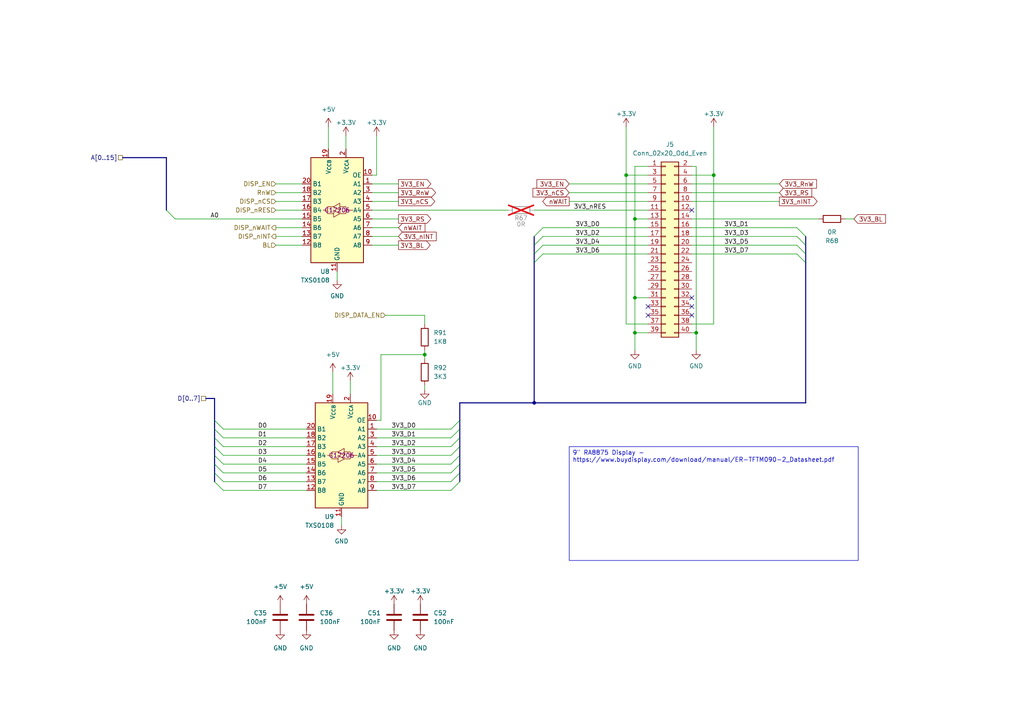
<source format=kicad_sch>
(kicad_sch (version 20250114) (generator "eeschema") (generator_version "9.0")
  (paper "A4")
  (lib_symbols
    (symbol "Connector_Generic:Conn_02x20_Odd_Even" (pin_names (offset 1.016) (hide yes))
      (property "Reference" "J" (at 1.27 25.4 0))
      (property "Value" "Conn_02x20_Odd_Even" (at 1.27 -27.94 0))
      (symbol "Conn_02x20_Odd_Even_1_1"
        (rectangle (start -1.27 24.13) (end 3.81 -26.67) (stroke (width 0.254)) (fill (type background)))
        (rectangle (start -1.27 22.987) (end 0 22.733) (stroke (width 0.1524)))
        (rectangle (start -1.27 20.447) (end 0 20.193) (stroke (width 0.1524)))
        (rectangle (start -1.27 17.907) (end 0 17.653) (stroke (width 0.1524)))
        (rectangle (start -1.27 15.367) (end 0 15.113) (stroke (width 0.1524)))
        (rectangle (start -1.27 12.827) (end 0 12.573) (stroke (width 0.1524)))
        (rectangle (start -1.27 10.287) (end 0 10.033) (stroke (width 0.1524)))
        (rectangle (start -1.27 7.747) (end 0 7.493) (stroke (width 0.1524)))
        (rectangle (start -1.27 5.207) (end 0 4.953) (stroke (width 0.1524)))
        (rectangle (start -1.27 2.667) (end 0 2.413) (stroke (width 0.1524)))
        (rectangle (start -1.27 0.127) (end 0 -0.127) (stroke (width 0.1524)))
        (rectangle (start -1.27 -2.413) (end 0 -2.667) (stroke (width 0.1524)))
        (rectangle (start -1.27 -4.953) (end 0 -5.207) (stroke (width 0.1524)))
        (rectangle (start -1.27 -7.493) (end 0 -7.747) (stroke (width 0.1524)))
        (rectangle (start -1.27 -10.033) (end 0 -10.287) (stroke (width 0.1524)))
        (rectangle (start -1.27 -12.573) (end 0 -12.827) (stroke (width 0.1524)))
        (rectangle (start -1.27 -15.113) (end 0 -15.367) (stroke (width 0.1524)))
        (rectangle (start -1.27 -17.653) (end 0 -17.907) (stroke (width 0.1524)))
        (rectangle (start -1.27 -20.193) (end 0 -20.447) (stroke (width 0.1524)))
        (rectangle (start -1.27 -22.733) (end 0 -22.987) (stroke (width 0.1524)))
        (rectangle (start -1.27 -25.273) (end 0 -25.527) (stroke (width 0.1524)))
        (rectangle (start 3.81 22.987) (end 2.54 22.733) (stroke (width 0.1524)))
        (rectangle (start 3.81 20.447) (end 2.54 20.193) (stroke (width 0.1524)))
        (rectangle (start 3.81 17.907) (end 2.54 17.653) (stroke (width 0.1524)))
        (rectangle (start 3.81 15.367) (end 2.54 15.113) (stroke (width 0.1524)))
        (rectangle (start 3.81 12.827) (end 2.54 12.573) (stroke (width 0.1524)))
        (rectangle (start 3.81 10.287) (end 2.54 10.033) (stroke (width 0.1524)))
        (rectangle (start 3.81 7.747) (end 2.54 7.493) (stroke (width 0.1524)))
        (rectangle (start 3.81 5.207) (end 2.54 4.953) (stroke (width 0.1524)))
        (rectangle (start 3.81 2.667) (end 2.54 2.413) (stroke (width 0.1524)))
        (rectangle (start 3.81 0.127) (end 2.54 -0.127) (stroke (width 0.1524)))
        (rectangle (start 3.81 -2.413) (end 2.54 -2.667) (stroke (width 0.1524)))
        (rectangle (start 3.81 -4.953) (end 2.54 -5.207) (stroke (width 0.1524)))
        (rectangle (start 3.81 -7.493) (end 2.54 -7.747) (stroke (width 0.1524)))
        (rectangle (start 3.81 -10.033) (end 2.54 -10.287) (stroke (width 0.1524)))
        (rectangle (start 3.81 -12.573) (end 2.54 -12.827) (stroke (width 0.1524)))
        (rectangle (start 3.81 -15.113) (end 2.54 -15.367) (stroke (width 0.1524)))
        (rectangle (start 3.81 -17.653) (end 2.54 -17.907) (stroke (width 0.1524)))
        (rectangle (start 3.81 -20.193) (end 2.54 -20.447) (stroke (width 0.1524)))
        (rectangle (start 3.81 -22.733) (end 2.54 -22.987) (stroke (width 0.1524)))
        (rectangle (start 3.81 -25.273) (end 2.54 -25.527) (stroke (width 0.1524)))
        (pin passive line (at -5.08 22.86 0) (length 3.81) (name "Pin_1") (number "1"))
        (pin passive line (at -5.08 20.32 0) (length 3.81) (name "Pin_3") (number "3"))
        (pin passive line (at -5.08 17.78 0) (length 3.81) (name "Pin_5") (number "5"))
        (pin passive line (at -5.08 15.24 0) (length 3.81) (name "Pin_7") (number "7"))
        (pin passive line (at -5.08 12.7 0) (length 3.81) (name "Pin_9") (number "9"))
        (pin passive line (at -5.08 10.16 0) (length 3.81) (name "Pin_11") (number "11"))
        (pin passive line (at -5.08 7.62 0) (length 3.81) (name "Pin_13") (number "13"))
        (pin passive line (at -5.08 5.08 0) (length 3.81) (name "Pin_15") (number "15"))
        (pin passive line (at -5.08 2.54 0) (length 3.81) (name "Pin_17") (number "17"))
        (pin passive line (at -5.08 0 0) (length 3.81) (name "Pin_19") (number "19"))
        (pin passive line (at -5.08 -2.54 0) (length 3.81) (name "Pin_21") (number "21"))
        (pin passive line (at -5.08 -5.08 0) (length 3.81) (name "Pin_23") (number "23"))
        (pin passive line (at -5.08 -7.62 0) (length 3.81) (name "Pin_25") (number "25"))
        (pin passive line (at -5.08 -10.16 0) (length 3.81) (name "Pin_27") (number "27"))
        (pin passive line (at -5.08 -12.7 0) (length 3.81) (name "Pin_29") (number "29"))
        (pin passive line (at -5.08 -15.24 0) (length 3.81) (name "Pin_31") (number "31"))
        (pin passive line (at -5.08 -17.78 0) (length 3.81) (name "Pin_33") (number "33"))
        (pin passive line (at -5.08 -20.32 0) (length 3.81) (name "Pin_35") (number "35"))
        (pin passive line (at -5.08 -22.86 0) (length 3.81) (name "Pin_37") (number "37"))
        (pin passive line (at -5.08 -25.4 0) (length 3.81) (name "Pin_39") (number "39"))
        (pin passive line (at 7.62 22.86 180) (length 3.81) (name "Pin_2") (number "2"))
        (pin passive line (at 7.62 20.32 180) (length 3.81) (name "Pin_4") (number "4"))
        (pin passive line (at 7.62 17.78 180) (length 3.81) (name "Pin_6") (number "6"))
        (pin passive line (at 7.62 15.24 180) (length 3.81) (name "Pin_8") (number "8"))
        (pin passive line (at 7.62 12.7 180) (length 3.81) (name "Pin_10") (number "10"))
        (pin passive line (at 7.62 10.16 180) (length 3.81) (name "Pin_12") (number "12"))
        (pin passive line (at 7.62 7.62 180) (length 3.81) (name "Pin_14") (number "14"))
        (pin passive line (at 7.62 5.08 180) (length 3.81) (name "Pin_16") (number "16"))
        (pin passive line (at 7.62 2.54 180) (length 3.81) (name "Pin_18") (number "18"))
        (pin passive line (at 7.62 0 180) (length 3.81) (name "Pin_20") (number "20"))
        (pin passive line (at 7.62 -2.54 180) (length 3.81) (name "Pin_22") (number "22"))
        (pin passive line (at 7.62 -5.08 180) (length 3.81) (name "Pin_24") (number "24"))
        (pin passive line (at 7.62 -7.62 180) (length 3.81) (name "Pin_26") (number "26"))
        (pin passive line (at 7.62 -10.16 180) (length 3.81) (name "Pin_28") (number "28"))
        (pin passive line (at 7.62 -12.7 180) (length 3.81) (name "Pin_30") (number "30"))
        (pin passive line (at 7.62 -15.24 180) (length 3.81) (name "Pin_32") (number "32"))
        (pin passive line (at 7.62 -17.78 180) (length 3.81) (name "Pin_34") (number "34"))
        (pin passive line (at 7.62 -20.32 180) (length 3.81) (name "Pin_36") (number "36"))
        (pin passive line (at 7.62 -22.86 180) (length 3.81) (name "Pin_38") (number "38"))
        (pin passive line (at 7.62 -25.4 180) (length 3.81) (name "Pin_40") (number "40"))
      )
    )
    (symbol "Device:C" (pin_numbers (hide yes)) (pin_names (offset 0.254))
      (property "Reference" "C" (at 0.635 2.54 0))
      (property "Value" "C" (at 0.635 -2.54 0))
      (symbol "C_0_1"
        (polyline (pts (xy -2.032 0.762) (xy 2.032 0.762)) (stroke (width 0.508)))
        (polyline (pts (xy -2.032 -0.762) (xy 2.032 -0.762)) (stroke (width 0.508)))
      )
      (symbol "C_1_1"
        (pin passive line (at 0 3.81 270) (length 2.794) (name "~") (number "1"))
        (pin passive line (at 0 -3.81 90) (length 2.794) (name "~") (number "2"))
      )
    )
    (symbol "Device:R" (pin_numbers (hide yes)) (pin_names (offset 0))
      (property "Reference" "R" (at 2.032 0 90))
      (property "Value" "R" (at 0 0 90))
      (symbol "R_0_1"
        (rectangle (start -1.016 -2.54) (end 1.016 2.54) (stroke (width 0.254)))
      )
      (symbol "R_1_1"
        (pin passive line (at 0 3.81 270) (length 1.27) (name "~") (number "1"))
        (pin passive line (at 0 -3.81 90) (length 1.27) (name "~") (number "2"))
      )
    )
    (symbol "Logic_LevelTranslator:TXB0108PW"
      (property "Reference" "U" (at -6.35 16.51 0))
      (property "Value" "TXB0108PW" (at 3.81 16.51 0))
      (symbol "TXB0108PW_0_1"
        (rectangle (start -7.62 15.24) (end 7.62 -15.24) (stroke (width 0.254)) (fill (type background)))
        (polyline (pts (xy -2.54 0) (xy -2.54 1.016) (xy -0.762 1.016)))
        (polyline (pts (xy -0.762 -1.016) (xy -2.54 -1.016) (xy -2.54 0) (xy -4.572 0)))
        (polyline (pts (xy -0.762 -1.016) (xy 1.016 0) (xy 1.016 -2.032) (xy -0.762 -1.016)))
        (polyline (pts (xy 1.016 1.016) (xy -0.762 0) (xy -0.762 2.032) (xy 1.016 1.016)))
        (polyline (pts (xy 1.016 1.016) (xy 2.794 1.016) (xy 2.794 0) (xy 4.064 0)))
        (polyline (pts (xy 2.794 0) (xy 2.794 -1.016) (xy 1.016 -1.016)))
      )
      (symbol "TXB0108PW_1_1"
        (pin input line (at -10.16 10.16 0) (length 2.54) (name "OE") (number "10"))
        (pin bidirectional line (at -10.16 7.62 0) (length 2.54) (name "A1") (number "1"))
        (pin bidirectional line (at -10.16 5.08 0) (length 2.54) (name "A2") (number "3"))
        (pin bidirectional line (at -10.16 2.54 0) (length 2.54) (name "A3") (number "4"))
        (pin bidirectional line (at -10.16 0 0) (length 2.54) (name "A4") (number "5"))
        (pin bidirectional line (at -10.16 -2.54 0) (length 2.54) (name "A5") (number "6"))
        (pin bidirectional line (at -10.16 -5.08 0) (length 2.54) (name "A6") (number "7"))
        (pin bidirectional line (at -10.16 -7.62 0) (length 2.54) (name "A7") (number "8"))
        (pin bidirectional line (at -10.16 -10.16 0) (length 2.54) (name "A8") (number "9"))
        (pin power_in line (at -2.54 17.78 270) (length 2.54) (name "V_{CCA}") (number "2"))
        (pin power_in line (at 0 -17.78 90) (length 2.54) (name "GND") (number "11"))
        (pin power_in line (at 2.54 17.78 270) (length 2.54) (name "V_{CCB}") (number "19"))
        (pin bidirectional line (at 10.16 7.62 180) (length 2.54) (name "B1") (number "20"))
        (pin bidirectional line (at 10.16 5.08 180) (length 2.54) (name "B2") (number "18"))
        (pin bidirectional line (at 10.16 2.54 180) (length 2.54) (name "B3") (number "17"))
        (pin bidirectional line (at 10.16 0 180) (length 2.54) (name "B4") (number "16"))
        (pin bidirectional line (at 10.16 -2.54 180) (length 2.54) (name "B5") (number "15"))
        (pin bidirectional line (at 10.16 -5.08 180) (length 2.54) (name "B6") (number "14"))
        (pin bidirectional line (at 10.16 -7.62 180) (length 2.54) (name "B7") (number "13"))
        (pin bidirectional line (at 10.16 -10.16 180) (length 2.54) (name "B8") (number "12"))
      )
    )
    (symbol "power:+3.3V" (power) (pin_names (offset 0))
      (property "Value" "+3.3V" (at 0 3.556 0))
      (symbol "+3.3V_0_1"
        (polyline (pts (xy -0.762 1.27) (xy 0 2.54)))
        (polyline (pts (xy 0 2.54) (xy 0.762 1.27)))
        (polyline (pts (xy 0 0) (xy 0 2.54)))
      )
      (symbol "+3.3V_1_1"
        (pin power_in line (at 0 0 90) (length 0) (hide yes) (name "+3.3V") (number "1"))
      )
    )
    (symbol "power:+5V" (power) (pin_names (offset 0))
      (property "Value" "+5V" (at 0 3.556 0))
      (symbol "+5V_0_1"
        (polyline (pts (xy -0.762 1.27) (xy 0 2.54)))
        (polyline (pts (xy 0 2.54) (xy 0.762 1.27)))
        (polyline (pts (xy 0 0) (xy 0 2.54)))
      )
      (symbol "+5V_1_1"
        (pin power_in line (at 0 0 90) (length 0) (hide yes) (name "+5V") (number "1"))
      )
    )
    (symbol "power:GND" (power) (pin_names (offset 0))
      (property "Value" "GND" (at 0 -3.81 0))
      (symbol "GND_0_1"
        (polyline (pts (xy 0 0) (xy 0 -1.27) (xy 1.27 -1.27) (xy 0 -2.54) (xy -1.27 -1.27) (xy 0 -1.27)))
      )
      (symbol "GND_1_1"
        (pin power_in line (at 0 0 270) (length 0) (hide yes) (name "GND") (number "1"))
      )
    )
  )
  (text_box "9\" RA8875 Display - https://www.buydisplay.com/download/manual/ER-TFTM090-2_Datasheet.pdf" (at 165.1 129.54 0) (size 83.82 33.02) (margins 0.9525 0.9525 0.9525 0.9525) (effects (font (size 1.27 1.27)) (justify left top)))
  (junction (at 184.15 86.36))
  (junction (at 201.93 96.52))
  (junction (at 123.19 102.87))
  (junction (at 207.01 50.8))
  (junction (at 154.94 116.84))
  (junction (at 184.15 63.5))
  (junction (at 181.61 50.8))
  (junction (at 184.15 96.52))
  (no_connect (at 187.96 88.9))
  (no_connect (at 200.66 60.96))
  (no_connect (at 200.66 88.9))
  (no_connect (at 200.66 91.44))
  (no_connect (at 200.66 86.36))
  (no_connect (at 187.96 91.44))
  (bus_entry (at 64.77 137.16) (size -2.54 -2.54))
  (bus_entry (at 130.81 132.08) (size 2.54 -2.54))
  (bus_entry (at 64.77 132.08) (size -2.54 -2.54))
  (bus_entry (at 231.14 66.04) (size 2.54 2.54))
  (bus_entry (at 48.26 60.96) (size 2.54 2.54))
  (bus_entry (at 130.81 134.62) (size 2.54 -2.54))
  (bus_entry (at 157.48 68.58) (size -2.54 2.54))
  (bus_entry (at 231.14 73.66) (size 2.54 2.54))
  (bus_entry (at 157.48 71.12) (size -2.54 2.54))
  (bus_entry (at 130.81 129.54) (size 2.54 -2.54))
  (bus_entry (at 157.48 66.04) (size -2.54 2.54))
  (bus_entry (at 130.81 124.46) (size 2.54 -2.54))
  (bus_entry (at 64.77 124.46) (size -2.54 -2.54))
  (bus_entry (at 157.48 73.66) (size -2.54 2.54))
  (bus_entry (at 130.81 139.7) (size 2.54 -2.54))
  (bus_entry (at 64.77 134.62) (size -2.54 -2.54))
  (bus_entry (at 130.81 137.16) (size 2.54 -2.54))
  (bus_entry (at 64.77 139.7) (size -2.54 -2.54))
  (bus_entry (at 64.77 127) (size -2.54 -2.54))
  (bus_entry (at 64.77 142.24) (size -2.54 -2.54))
  (bus_entry (at 231.14 68.58) (size 2.54 2.54))
  (bus_entry (at 130.81 127) (size 2.54 -2.54))
  (bus_entry (at 231.14 71.12) (size 2.54 2.54))
  (bus_entry (at 64.77 129.54) (size -2.54 -2.54))
  (bus_entry (at 130.81 142.24) (size 2.54 -2.54))
  (wire (pts (xy 187.96 93.98) (xy 181.61 93.98)))
  (bus (pts (xy 35.56 45.72) (xy 48.26 45.72)))
  (wire (pts (xy 245.11 63.5) (xy 247.65 63.5)))
  (wire (pts (xy 109.22 139.7) (xy 130.81 139.7)))
  (wire (pts (xy 115.57 68.58) (xy 107.95 68.58)))
  (bus (pts (xy 154.94 76.2) (xy 154.94 116.84)))
  (wire (pts (xy 64.77 142.24) (xy 88.9 142.24)))
  (bus (pts (xy 233.68 76.2) (xy 233.68 116.84)))
  (bus (pts (xy 133.35 127) (xy 133.35 124.46)))
  (bus (pts (xy 62.23 127) (xy 62.23 129.54)))
  (wire (pts (xy 157.48 66.04) (xy 187.96 66.04)))
  (wire (pts (xy 80.01 60.96) (xy 87.63 60.96)))
  (wire (pts (xy 109.22 121.92) (xy 110.49 121.92)))
  (bus (pts (xy 154.94 73.66) (xy 154.94 71.12)))
  (bus (pts (xy 233.68 73.66) (xy 233.68 76.2)))
  (bus (pts (xy 59.69 115.57) (xy 62.23 115.57)))
  (wire (pts (xy 157.48 71.12) (xy 187.96 71.12)))
  (wire (pts (xy 64.77 137.16) (xy 88.9 137.16)))
  (wire (pts (xy 123.19 101.6) (xy 123.19 102.87)))
  (wire (pts (xy 200.66 93.98) (xy 207.01 93.98)))
  (wire (pts (xy 184.15 86.36) (xy 187.96 86.36)))
  (wire (pts (xy 154.94 60.96) (xy 187.96 60.96)))
  (bus (pts (xy 133.35 132.08) (xy 133.35 129.54)))
  (wire (pts (xy 80.01 66.04) (xy 87.63 66.04)))
  (wire (pts (xy 184.15 96.52) (xy 187.96 96.52)))
  (wire (pts (xy 115.57 55.88) (xy 107.95 55.88)))
  (wire (pts (xy 96.52 107.95) (xy 96.52 114.3)))
  (wire (pts (xy 187.96 50.8) (xy 181.61 50.8)))
  (bus (pts (xy 233.68 116.84) (xy 154.94 116.84)))
  (wire (pts (xy 64.77 124.46) (xy 88.9 124.46)))
  (wire (pts (xy 107.95 71.12) (xy 115.57 71.12)))
  (wire (pts (xy 200.66 48.26) (xy 201.93 48.26)))
  (bus (pts (xy 233.68 73.66) (xy 233.68 71.12)))
  (wire (pts (xy 101.6 110.49) (xy 101.6 114.3)))
  (wire (pts (xy 110.49 102.87) (xy 110.49 121.92)))
  (wire (pts (xy 107.95 50.8) (xy 109.22 50.8)))
  (wire (pts (xy 200.66 96.52) (xy 201.93 96.52)))
  (wire (pts (xy 80.01 58.42) (xy 87.63 58.42)))
  (bus (pts (xy 62.23 121.92) (xy 62.23 124.46)))
  (wire (pts (xy 231.14 71.12) (xy 200.66 71.12)))
  (wire (pts (xy 231.14 73.66) (xy 200.66 73.66)))
  (wire (pts (xy 109.22 39.37) (xy 109.22 50.8)))
  (wire (pts (xy 110.49 102.87) (xy 123.19 102.87)))
  (bus (pts (xy 62.23 124.46) (xy 62.23 127)))
  (wire (pts (xy 80.01 53.34) (xy 87.63 53.34)))
  (bus (pts (xy 133.35 139.7) (xy 133.35 137.16)))
  (wire (pts (xy 123.19 93.98) (xy 123.19 91.44)))
  (wire (pts (xy 184.15 101.6) (xy 184.15 96.52)))
  (bus (pts (xy 133.35 134.62) (xy 133.35 132.08)))
  (wire (pts (xy 201.93 48.26) (xy 201.93 96.52)))
  (bus (pts (xy 133.35 129.54) (xy 133.35 127)))
  (wire (pts (xy 64.77 139.7) (xy 88.9 139.7)))
  (wire (pts (xy 109.22 124.46) (xy 130.81 124.46)))
  (wire (pts (xy 184.15 48.26) (xy 184.15 63.5)))
  (wire (pts (xy 80.01 71.12) (xy 87.63 71.12)))
  (bus (pts (xy 133.35 124.46) (xy 133.35 121.92)))
  (wire (pts (xy 64.77 129.54) (xy 88.9 129.54)))
  (bus (pts (xy 62.23 134.62) (xy 62.23 137.16)))
  (wire (pts (xy 107.95 60.96) (xy 147.32 60.96)))
  (wire (pts (xy 157.48 68.58) (xy 187.96 68.58)))
  (bus (pts (xy 62.23 137.16) (xy 62.23 139.7)))
  (bus (pts (xy 233.68 71.12) (xy 233.68 68.58)))
  (wire (pts (xy 64.77 127) (xy 88.9 127)))
  (wire (pts (xy 115.57 58.42) (xy 107.95 58.42)))
  (wire (pts (xy 231.14 66.04) (xy 200.66 66.04)))
  (wire (pts (xy 80.01 68.58) (xy 87.63 68.58)))
  (wire (pts (xy 115.57 53.34) (xy 107.95 53.34)))
  (wire (pts (xy 231.14 68.58) (xy 200.66 68.58)))
  (wire (pts (xy 109.22 142.24) (xy 130.81 142.24)))
  (wire (pts (xy 64.77 134.62) (xy 88.9 134.62)))
  (wire (pts (xy 187.96 48.26) (xy 184.15 48.26)))
  (wire (pts (xy 115.57 66.04) (xy 107.95 66.04)))
  (wire (pts (xy 181.61 93.98) (xy 181.61 50.8)))
  (wire (pts (xy 123.19 111.76) (xy 123.19 113.03)))
  (wire (pts (xy 184.15 63.5) (xy 187.96 63.5)))
  (wire (pts (xy 97.79 78.74) (xy 97.79 81.28)))
  (wire (pts (xy 165.1 55.88) (xy 187.96 55.88)))
  (bus (pts (xy 133.35 116.84) (xy 154.94 116.84)))
  (wire (pts (xy 200.66 50.8) (xy 207.01 50.8)))
  (bus (pts (xy 133.35 137.16) (xy 133.35 134.62)))
  (wire (pts (xy 123.19 102.87) (xy 123.19 104.14)))
  (wire (pts (xy 115.57 63.5) (xy 107.95 63.5)))
  (wire (pts (xy 201.93 96.52) (xy 201.93 101.6)))
  (wire (pts (xy 184.15 96.52) (xy 184.15 86.36)))
  (wire (pts (xy 109.22 129.54) (xy 130.81 129.54)))
  (wire (pts (xy 64.77 132.08) (xy 88.9 132.08)))
  (bus (pts (xy 62.23 132.08) (xy 62.23 134.62)))
  (bus (pts (xy 62.23 129.54) (xy 62.23 132.08)))
  (wire (pts (xy 200.66 63.5) (xy 237.49 63.5)))
  (bus (pts (xy 48.26 60.96) (xy 48.26 45.72)))
  (wire (pts (xy 184.15 86.36) (xy 184.15 63.5)))
  (wire (pts (xy 95.25 36.83) (xy 95.25 43.18)))
  (wire (pts (xy 80.01 55.88) (xy 87.63 55.88)))
  (bus (pts (xy 62.23 115.57) (xy 62.23 121.92)))
  (wire (pts (xy 200.66 55.88) (xy 226.06 55.88)))
  (wire (pts (xy 100.33 39.37) (xy 100.33 43.18)))
  (wire (pts (xy 181.61 36.83) (xy 181.61 50.8)))
  (wire (pts (xy 111.76 91.44) (xy 123.19 91.44)))
  (wire (pts (xy 109.22 134.62) (xy 130.81 134.62)))
  (wire (pts (xy 109.22 137.16) (xy 130.81 137.16)))
  (wire (pts (xy 50.8 63.5) (xy 87.63 63.5)))
  (wire (pts (xy 157.48 73.66) (xy 187.96 73.66)))
  (wire (pts (xy 109.22 127) (xy 130.81 127)))
  (wire (pts (xy 165.1 58.42) (xy 187.96 58.42)))
  (bus (pts (xy 133.35 121.92) (xy 133.35 116.84)))
  (wire (pts (xy 109.22 132.08) (xy 130.81 132.08)))
  (wire (pts (xy 200.66 58.42) (xy 226.06 58.42)))
  (wire (pts (xy 99.06 149.86) (xy 99.06 152.4)))
  (wire (pts (xy 200.66 53.34) (xy 226.06 53.34)))
  (wire (pts (xy 207.01 93.98) (xy 207.01 50.8)))
  (wire (pts (xy 207.01 36.83) (xy 207.01 50.8)))
  (bus (pts (xy 154.94 71.12) (xy 154.94 68.58)))
  (bus (pts (xy 154.94 73.66) (xy 154.94 76.2)))
  (wire (pts (xy 165.1 53.34) (xy 187.96 53.34)))
  (label "D5" (at 77.47 137.16 180))
  (label "3V3_D2" (at 120.65 129.54 180))
  (label "3V3_D0" (at 173.99 66.04 180))
  (label "3V3_D1" (at 120.65 127 180))
  (label "3V3_D7" (at 120.65 142.24 180))
  (label "D4" (at 77.47 134.62 180))
  (label "3V3_D5" (at 217.17 71.12 180))
  (label "D2" (at 77.47 129.54 180))
  (label "D3" (at 77.47 132.08 180))
  (label "3V3_D7" (at 217.17 73.66 180))
  (label "3V3_D1" (at 217.17 66.04 180))
  (label "3V3_D6" (at 120.65 139.7 180))
  (label "3V3_D4" (at 120.65 134.62 180))
  (label "3V3_D2" (at 173.99 68.58 180))
  (label "D1" (at 77.47 127 180))
  (label "3V3_D4" (at 173.99 71.12 180))
  (label "3V3_nRES" (at 166.37 60.96 0))
  (label "3V3_D5" (at 120.65 137.16 180))
  (label "3V3_D3" (at 217.17 68.58 180))
  (label "D0" (at 77.47 124.46 180))
  (label "D6" (at 77.47 139.7 180))
  (label "A0" (at 63.5 63.5 180))
  (label "3V3_D6" (at 173.99 73.66 180))
  (label "D7" (at 77.47 142.24 180))
  (label "3V3_D0" (at 120.65 124.46 180))
  (label "3V3_D3" (at 120.65 132.08 180))
  (global_label "3V3_BL" (shape input) (at 247.65 63.5 0) (property "Intersheetrefs" "${INTERSHEET_REFS}" (effects (hide yes))))
  (global_label "3V3_EN" (shape input) (at 165.1 53.34 180) (property "Intersheetrefs" "${INTERSHEET_REFS}" (effects (hide yes))))
  (global_label "3V3_nINT" (shape input) (at 115.57 68.58 0) (property "Intersheetrefs" "${INTERSHEET_REFS}" (effects (hide yes))))
  (global_label "3V3_EN" (shape output) (at 115.57 53.34 0) (property "Intersheetrefs" "${INTERSHEET_REFS}" (effects (hide yes))))
  (global_label "nWAIT" (shape output) (at 165.1 58.42 180) (property "Intersheetrefs" "${INTERSHEET_REFS}" (effects (hide yes))))
  (global_label "nWAIT" (shape input) (at 115.57 66.04 0) (property "Intersheetrefs" "${INTERSHEET_REFS}" (effects (hide yes))))
  (global_label "3V3_RS" (shape output) (at 115.57 63.5 0) (property "Intersheetrefs" "${INTERSHEET_REFS}" (effects (hide yes))))
  (global_label "3V3_nCS" (shape output) (at 115.57 58.42 0) (property "Intersheetrefs" "${INTERSHEET_REFS}" (effects (hide yes))))
  (global_label "3V3_RnW" (shape output) (at 115.57 55.88 0) (property "Intersheetrefs" "${INTERSHEET_REFS}" (effects (hide yes))))
  (global_label "3V3_RnW" (shape input) (at 226.06 53.34 0) (property "Intersheetrefs" "${INTERSHEET_REFS}" (effects (hide yes))))
  (global_label "3V3_BL" (shape output) (at 115.57 71.12 0) (property "Intersheetrefs" "${INTERSHEET_REFS}" (effects (hide yes))))
  (global_label "3V3_RS" (shape input) (at 226.06 55.88 0) (property "Intersheetrefs" "${INTERSHEET_REFS}" (effects (hide yes))))
  (global_label "3V3_nCS" (shape input) (at 165.1 55.88 180) (property "Intersheetrefs" "${INTERSHEET_REFS}" (effects (hide yes))))
  (global_label "3V3_nINT" (shape output) (at 226.06 58.42 0) (property "Intersheetrefs" "${INTERSHEET_REFS}" (effects (hide yes))))
  (hierarchical_label "DISP_nINT" (shape output) (at 80.01 68.58 180))
  (hierarchical_label "D[0..7]" (shape passive) (at 59.69 115.57 180))
  (hierarchical_label "DISP_DATA_EN" (shape input) (at 111.76 91.44 180))
  (hierarchical_label "DISP_nWAIT" (shape output) (at 80.01 66.04 180))
  (hierarchical_label "RnW" (shape input) (at 80.01 55.88 180))
  (hierarchical_label "DISP_nCS" (shape input) (at 80.01 58.42 180))
  (hierarchical_label "A[0..15]" (shape passive) (at 35.56 45.72 180))
  (hierarchical_label "BL" (shape input) (at 80.01 71.12 180))
  (hierarchical_label "DISP_nRES" (shape input) (at 80.01 60.96 180))
  (hierarchical_label "DISP_EN" (shape input) (at 80.01 53.34 180))
  (symbol (lib_id "power:GND") (at 184.15 101.6 0) (mirror y) (unit 1)
    (property "Reference" "#PWR0149" (effects (hide yes)))
    (property "Value" "GND" (at 184.15 106.1625 0))
  )
  (symbol (lib_id "power:+3.3V") (at 207.01 36.83 0) (mirror y) (unit 1)
    (property "Reference" "#PWR0151" (effects (hide yes)))
    (property "Value" "+3.3V" (at 207.01 33.02 0))
  )
  (symbol (lib_id "power:GND") (at 123.19 113.03 0) (unit 1)
    (property "Reference" "#PWR0237" (effects (hide yes)))
    (property "Value" "GND" (at 123.19 116.84 0))
  )
  (symbol (lib_id "Device:R") (at 151.13 60.96 90) (mirror x) (unit 1) (dnp yes)
    (property "Reference" "R67" (at 151.13 63.246 90))
    (property "Value" "0R" (at 151.13 65.024 90))
    (property "Footprint" "Resistor_SMD:R_0402_1005Metric" (effects (hide yes)))
    (property "LCSC" "DNF" (effects (hide yes)))
  )
  (symbol (lib_id "Device:C") (at 88.9 179.07 0) (unit 1)
    (property "Reference" "C36" (at 92.71 177.7999 0) (effects (justify left)))
    (property "Value" "100nF" (at 92.71 180.3399 0) (effects (justify left)))
    (property "Footprint" "Capacitor_SMD:C_0603_1608Metric" (effects (hide yes)))
    (property "Description" "Unpolarized capacitor" (effects (hide yes)))
    (property "LCSC" "C113803" (effects (hide yes)))
  )
  (symbol (lib_id "power:+5V") (at 96.52 107.95 0) (unit 1)
    (property "Reference" "#PWR0141" (effects (hide yes)))
    (property "Value" "+5V" (at 96.52 102.87 0))
    (property "Description" "Power symbol creates a global label with name \"+5V\"" (effects (hide yes)))
  )
  (symbol (lib_id "power:GND") (at 81.28 182.88 0) (mirror y) (unit 1)
    (property "Reference" "#PWR0137" (effects (hide yes)))
    (property "Value" "GND" (at 81.28 187.96 0))
  )
  (symbol (lib_id "power:GND") (at 201.93 101.6 0) (mirror y) (unit 1)
    (property "Reference" "#PWR0150" (effects (hide yes)))
    (property "Value" "GND" (at 201.93 106.1625 0))
  )
  (symbol (lib_id "power:GND") (at 97.79 81.28 0) (mirror y) (unit 1)
    (property "Reference" "#PWR0142" (effects (hide yes)))
    (property "Value" "GND" (at 97.79 85.8425 0))
  )
  (symbol (lib_id "Connector_Generic:Conn_02x20_Odd_Even") (at 193.04 71.12 0) (unit 1)
    (property "Reference" "J5" (at 194.31 41.91 0))
    (property "Value" "Conn_02x20_Odd_Even" (at 194.31 44.45 0))
    (property "Footprint" "Connector_PinHeader_2.54mm:PinHeader_2x20_P2.54mm_Vertical" (effects (hide yes)))
    (property "Description" "Generic connector, double row, 02x20, odd/even pin numbering scheme (row 1 odd numbers, row 2 even numbers), script generated (kicad-library-utils/schlib/autogen/connector/)" (effects (hide yes)))
    (property "LCSC" "DNF" (effects (hide yes)))
  )
  (symbol (lib_id "Device:C") (at 81.28 179.07 0) (mirror y) (unit 1)
    (property "Reference" "C35" (at 77.47 177.7999 0) (effects (justify left)))
    (property "Value" "100nF" (at 77.47 180.3399 0) (effects (justify left)))
    (property "Footprint" "Capacitor_SMD:C_0603_1608Metric" (effects (hide yes)))
    (property "Description" "Unpolarized capacitor" (effects (hide yes)))
    (property "LCSC" "C113803" (effects (hide yes)))
  )
  (symbol (lib_id "Logic_LevelTranslator:TXB0108PW") (at 99.06 132.08 0) (mirror y) (unit 1)
    (property "Reference" "U9" (at 96.9167 149.86 0) (effects (justify left)))
    (property "Value" "TXS0108" (at 96.9167 152.4 0) (effects (justify left)))
    (property "Footprint" "Package_SO:TSSOP-20_4.4x6.5mm_P0.65mm" (effects (hide yes)))
    (property "Datasheet" "http://www.ti.com/lit/ds/symlink/txb0108.pdf" (effects (hide yes)))
    (property "Description" "8-Bit Bidirectional Voltage-Level Translator, Auto Direction Sensing and ±15-kV ESD Protection, 1.2 - 3.6V APort, 1.65 - 5.5V BPort, TSSOP-20" (effects (hide yes)))
    (property "LCSC" "C17206" (at 99.06 132.08 0))
    (property "Mouser Part Number" "595-TXB0108PWR" (effects (hide yes)))
  )
  (symbol (lib_id "power:+3.3V") (at 100.33 39.37 0) (unit 1)
    (property "Reference" "#PWR0144" (effects (hide yes)))
    (property "Value" "+3.3V" (at 100.33 35.56 0))
  )
  (symbol (lib_id "power:+3.3V") (at 109.22 39.37 0) (unit 1)
    (property "Reference" "#PWR0146" (effects (hide yes)))
    (property "Value" "+3.3V" (at 109.22 35.56 0))
  )
  (symbol (lib_id "power:+5V") (at 81.28 175.26 0) (mirror y) (unit 1)
    (property "Reference" "#PWR0136" (effects (hide yes)))
    (property "Value" "+5V" (at 81.28 170.18 0))
  )
  (symbol (lib_id "Logic_LevelTranslator:TXB0108PW") (at 97.79 60.96 0) (mirror y) (unit 1)
    (property "Reference" "U8" (at 95.6467 78.74 0) (effects (justify left)))
    (property "Value" "TXS0108" (at 95.6467 81.28 0) (effects (justify left)))
    (property "Footprint" "Package_SO:TSSOP-20_4.4x6.5mm_P0.65mm" (effects (hide yes)))
    (property "Datasheet" "http://www.ti.com/lit/ds/symlink/txb0108.pdf" (effects (hide yes)))
    (property "Description" "8-Bit Bidirectional Voltage-Level Translator, Auto Direction Sensing and ±15-kV ESD Protection, 1.2 - 3.6V APort, 1.65 - 5.5V BPort, TSSOP-20" (effects (hide yes)))
    (property "LCSC" "C17206" (at 97.79 60.96 0))
    (property "Mouser Part Number" "595-TXB0108PWR" (effects (hide yes)))
  )
  (symbol (lib_id "power:GND") (at 114.3 182.88 0) (mirror y) (unit 1)
    (property "Reference" "#PWR0225" (effects (hide yes)))
    (property "Value" "GND" (at 114.3 187.96 0))
  )
  (symbol (lib_id "power:+3.3V") (at 181.61 36.83 0) (unit 1)
    (property "Reference" "#PWR0148" (effects (hide yes)))
    (property "Value" "+3.3V" (at 181.61 33.02 0))
  )
  (symbol (lib_id "power:+5V") (at 95.25 36.83 0) (unit 1)
    (property "Reference" "#PWR0140" (effects (hide yes)))
    (property "Value" "+5V" (at 95.25 31.75 0))
    (property "Description" "Power symbol creates a global label with name \"+5V\"" (effects (hide yes)))
  )
  (symbol (lib_id "Device:C") (at 121.92 179.07 0) (unit 1)
    (property "Reference" "C52" (at 125.73 177.7999 0) (effects (justify left)))
    (property "Value" "100nF" (at 125.73 180.3399 0) (effects (justify left)))
    (property "Footprint" "Capacitor_SMD:C_0603_1608Metric" (effects (hide yes)))
    (property "Description" "Unpolarized capacitor" (effects (hide yes)))
    (property "LCSC" "C113803" (effects (hide yes)))
  )
  (symbol (lib_id "Device:R") (at 123.19 97.79 0) (unit 1)
    (property "Reference" "R91" (at 125.73 96.5199 0) (effects (justify left)))
    (property "Value" "1K8" (at 125.73 99.0599 0) (effects (justify left)))
    (property "Footprint" "Resistor_SMD:R_0603_1608Metric" (effects (hide yes)))
    (property "LCSC" "C25890" (effects (hide yes)))
  )
  (symbol (lib_id "Device:R") (at 123.19 107.95 0) (unit 1)
    (property "Reference" "R92" (at 125.73 106.6799 0) (effects (justify left)))
    (property "Value" "3K3" (at 125.73 109.2199 0) (effects (justify left)))
    (property "Footprint" "Resistor_SMD:R_0603_1608Metric" (effects (hide yes)))
    (property "LCSC" "C25890" (effects (hide yes)))
  )
  (symbol (lib_id "Device:R") (at 241.3 63.5 270) (mirror x) (unit 1)
    (property "Reference" "R68" (at 241.3 69.85 90))
    (property "Value" "0R" (at 241.3 67.31 90))
    (property "Footprint" "Resistor_SMD:R_0402_1005Metric" (effects (hide yes)))
    (property "LCSC" "DNF" (effects (hide yes)))
  )
  (symbol (lib_id "power:GND") (at 88.9 182.88 0) (unit 1)
    (property "Reference" "#PWR0139" (effects (hide yes)))
    (property "Value" "GND" (at 88.9 187.96 0))
  )
  (symbol (lib_id "power:+3.3V") (at 101.6 110.49 0) (unit 1)
    (property "Reference" "#PWR0145" (effects (hide yes)))
    (property "Value" "+3.3V" (at 101.6 106.68 0))
  )
  (symbol (lib_id "Device:C") (at 114.3 179.07 0) (mirror y) (unit 1)
    (property "Reference" "C51" (at 110.49 177.7999 0) (effects (justify left)))
    (property "Value" "100nF" (at 110.49 180.3399 0) (effects (justify left)))
    (property "Footprint" "Capacitor_SMD:C_0603_1608Metric" (effects (hide yes)))
    (property "Description" "Unpolarized capacitor" (effects (hide yes)))
    (property "LCSC" "C113803" (effects (hide yes)))
  )
  (symbol (lib_id "power:GND") (at 121.92 182.88 0) (unit 1)
    (property "Reference" "#PWR0227" (effects (hide yes)))
    (property "Value" "GND" (at 121.92 187.96 0))
  )
  (symbol (lib_id "power:GND") (at 99.06 152.4 0) (mirror y) (unit 1)
    (property "Reference" "#PWR0143" (effects (hide yes)))
    (property "Value" "GND" (at 99.06 156.9625 0))
  )
  (symbol (lib_id "power:+5V") (at 88.9 175.26 0) (unit 1)
    (property "Reference" "#PWR0138" (effects (hide yes)))
    (property "Value" "+5V" (at 88.9 170.18 0))
  )
  (symbol (lib_id "power:+3.3V") (at 121.92 175.26 0) (unit 1)
    (property "Reference" "#PWR0226" (effects (hide yes)))
    (property "Value" "+3.3V" (at 121.92 171.45 0))
  )
  (symbol (lib_id "power:+3.3V") (at 114.3 175.26 0) (unit 1)
    (property "Reference" "#PWR0224" (effects (hide yes)))
    (property "Value" "+3.3V" (at 114.3 171.45 0))
  )
)
</source>
